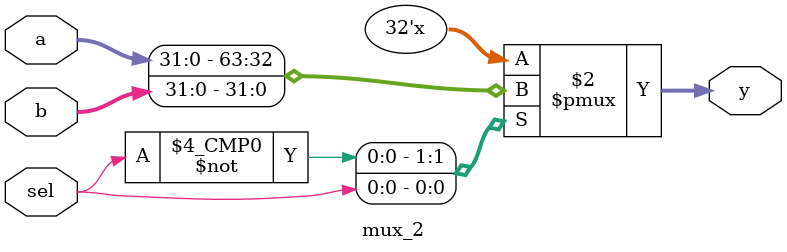
<source format=v>
module mux_2 (
	input sel,
	input [31:0] a,
	input [31:0] b,
	output reg [31:0] y
);

	always @(*) begin
		case(sel)
			1'b0: y = a;
			1'b1: y = b;
		endcase
	end
endmodule

</source>
